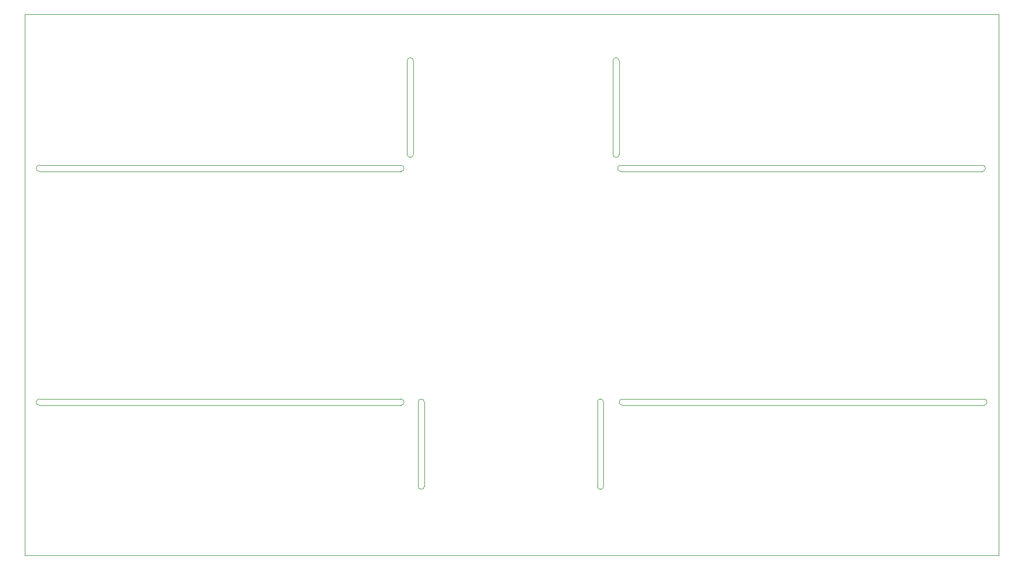
<source format=gbr>
%TF.GenerationSoftware,KiCad,Pcbnew,5.1.9-73d0e3b20d~88~ubuntu20.04.1*%
%TF.CreationDate,2021-03-03T11:34:14+04:00*%
%TF.ProjectId,relay_board,72656c61-795f-4626-9f61-72642e6b6963,rev?*%
%TF.SameCoordinates,Original*%
%TF.FileFunction,Profile,NP*%
%FSLAX46Y46*%
G04 Gerber Fmt 4.6, Leading zero omitted, Abs format (unit mm)*
G04 Created by KiCad (PCBNEW 5.1.9-73d0e3b20d~88~ubuntu20.04.1) date 2021-03-03 11:34:14*
%MOMM*%
%LPD*%
G01*
G04 APERTURE LIST*
%TA.AperFunction,Profile*%
%ADD10C,0.050000*%
%TD*%
%TA.AperFunction,Profile*%
%ADD11C,0.100000*%
%TD*%
G04 APERTURE END LIST*
D10*
X145750000Y-46500000D02*
X145750000Y-50500000D01*
X146750000Y-46500000D02*
X146750000Y-50500000D01*
X112750000Y-46500000D02*
X112750000Y-50500000D01*
X113750000Y-46500000D02*
X113750000Y-50500000D01*
X144250000Y-112250000D02*
X144250000Y-114750000D01*
X143250000Y-112250000D02*
X143250000Y-114750000D01*
X114500000Y-101250000D02*
G75*
G02*
X115500000Y-101250000I500000J0D01*
G01*
X115500000Y-114750000D02*
G75*
G02*
X114500000Y-114750000I-500000J0D01*
G01*
X114500000Y-101250000D02*
X114500000Y-114750000D01*
X115500000Y-114750000D02*
X115500000Y-101250000D01*
X143250000Y-101250000D02*
G75*
G02*
X144250000Y-101250000I500000J0D01*
G01*
X144250000Y-114750000D02*
G75*
G02*
X143250000Y-114750000I-500000J0D01*
G01*
X143250000Y-101250000D02*
X143250000Y-112250000D01*
X144250000Y-112250000D02*
X144250000Y-101250000D01*
X112750000Y-46500000D02*
G75*
G02*
X113750000Y-46500000I500000J0D01*
G01*
X113750000Y-61500000D02*
G75*
G02*
X112750000Y-61500000I-500000J0D01*
G01*
X112750000Y-50500000D02*
X112750000Y-61500000D01*
X113750000Y-61500000D02*
X113750000Y-50500000D01*
X145750000Y-46500000D02*
G75*
G02*
X146750000Y-46500000I500000J0D01*
G01*
X146750000Y-61500000D02*
G75*
G02*
X145750000Y-61500000I-500000J0D01*
G01*
X145750000Y-50500000D02*
X145750000Y-61500000D01*
X146750000Y-61500000D02*
X146750000Y-50500000D01*
X53750000Y-64250000D02*
X111750000Y-64250000D01*
X111750000Y-63250000D02*
X53750000Y-63250000D01*
X53750000Y-64250000D02*
G75*
G02*
X53750000Y-63250000I0J500000D01*
G01*
X111750000Y-63250000D02*
G75*
G02*
X111750000Y-64250000I0J-500000D01*
G01*
X53750000Y-101750000D02*
X111750000Y-101750000D01*
X111750000Y-100750000D02*
X53750000Y-100750000D01*
X53750000Y-101750000D02*
G75*
G02*
X53750000Y-100750000I0J500000D01*
G01*
X111750000Y-100750000D02*
G75*
G02*
X111750000Y-101750000I0J-500000D01*
G01*
X147250000Y-101750000D02*
X205250000Y-101750000D01*
X205250000Y-100750000D02*
X147250000Y-100750000D01*
X147250000Y-101750000D02*
G75*
G02*
X147250000Y-100750000I0J500000D01*
G01*
X205250000Y-100750000D02*
G75*
G02*
X205250000Y-101750000I0J-500000D01*
G01*
X147000000Y-64250000D02*
G75*
G02*
X147000000Y-63250000I0J500000D01*
G01*
X205000000Y-63250000D02*
G75*
G02*
X205000000Y-64250000I0J-500000D01*
G01*
X147000000Y-64250000D02*
X205000000Y-64250000D01*
X205000000Y-63250000D02*
X147000000Y-63250000D01*
D11*
X207600000Y-125800000D02*
X51400000Y-125800000D01*
X207600000Y-39000000D02*
X207600000Y-125800000D01*
X51400000Y-125800000D02*
X51400000Y-39000000D01*
X51400000Y-39000000D02*
X207600000Y-39000000D01*
M02*

</source>
